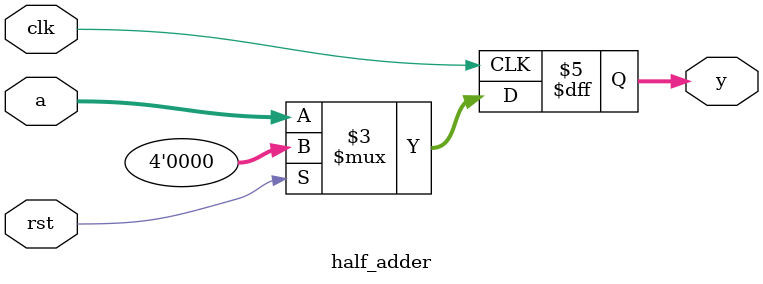
<source format=v>
/* 
 * Corevexis Semiconductor 
 * Example 62: HALF ADDER 
 */

module half_adder (
    input clk,
    input rst,
    input [3:0] a,
    output reg [3:0] y
);

always @(posedge clk) begin
    if(rst) y <= 4'b0;
    else y <= a; 
end

endmodule
</source>
